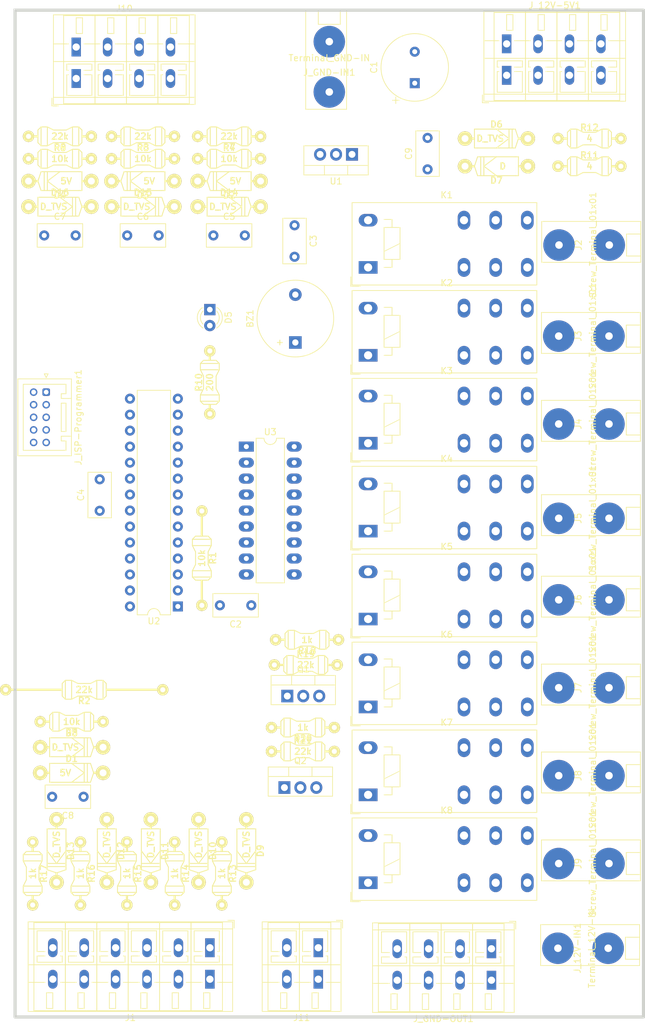
<source format=kicad_pcb>
(kicad_pcb (version 20211014) (generator pcbnew)
  (layers (0 "F.Cu" signal) (31 "B.Cu" signal) (34 "B.Paste" user) (35 "F.Paste" user) (36 "B.SilkS" user "B.Silkscreen") (37 "F.SilkS" user "F.Silkscreen") (38 "B.Mask" user) (39 "F.Mask" user) (44 "Edge.Cuts" user))
  (net 0 "")
  (net 1 "/PB6 (buzzer)")
  (net 2 "GND")
  (net 3 "+12V")
  (net 4 "/PC6 Reset")
  (net 5 "+5V")
  (net 6 "/PC0 (analog in U_supply)")
  (net 7 "/PB1 (in)")
  (net 8 "/PB0 (in)")
  (net 9 "/PC5 (in)")
  (net 10 "/PC4 (in)")
  (net 11 "Net-(J2-Pad1)")
  (net 12 "Net-(J3-Pad1)")
  (net 13 "Net-(J4-Pad1)")
  (net 14 "Net-(J5-Pad1)")
  (net 15 "Net-(J6-Pad1)")
  (net 16 "Net-(J7-Pad1)")
  (net 17 "Net-(J8-Pad1)")
  (net 18 "Net-(J9-Pad1)")
  (net 19 "/PB3 (MOSI)")
  (net 20 "/PB5 (SCK)")
  (net 21 "/PB4 (MISO)")
  (net 23 "Net-(K1-PadA2)")
  (net 25 "Net-(K2-PadA2)")
  (net 27 "Net-(K3-PadA2)")
  (net 29 "Net-(K4-PadA2)")
  (net 31 "Net-(K5-PadA2)")
  (net 33 "Net-(K6-PadA2)")
  (net 35 "Net-(K7-PadA2)")
  (net 38 "Net-(K8-PadA2)")
  (net 39 "/PC1 (in pulldown)")
  (net 40 "/PC2 (in pulldown)")
  (net 41 "/PC3 (in pulldown)")
  (net 42 "/PB7 (led)")
  (net 43 "/PB2 (in)")
  (net 44 "/PD0 - (ULN-I8)")
  (net 45 "/PD1 - (ULN-I7)")
  (net 46 "/PD2 - (ULN-I6)")
  (net 47 "/PD3 - (ULN-I5)")
  (net 48 "/PD4 - (ULN-I4)")
  (net 49 "/PD7 - (ULN-I1)")
  (net 50 "Net-(C1-Pad1)")
  (net 51 "Net-(D6-Pad1)")
  (net 52 "Net-(J1-Pad6)")
  (net 53 "Net-(J1-Pad5)")
  (net 54 "Net-(J1-Pad4)")
  (net 55 "Net-(J1-Pad3)")
  (net 56 "Net-(J1-Pad2)")
  (net 57 "Net-(J10-Pad1)")
  (net 58 "Net-(J10-Pad2)")
  (net 59 "Net-(J10-Pad3)")
  (net 60 "Net-(D5-Pad2)")
  (net 61 "/PB7 - (ULN-I2)")
  (net 62 "/PB6 - (ULN-I3)")
  (net 63 "Net-(J11-Pad1)")
  (net 64 "Net-(J11-Pad2)")
  (net 65 "Net-(Q1-Pad1)")
  (net 66 "Net-(Q2-Pad1)")
  (net 67 "/Mosfet 1")
  (net 68 "/Mosfet 2")
  (footprint "custom_footprints:my_D10_11" (layer "F.Cu") (at 85.344 42.164 180)
    (fp_text reference "D3" (at 0 -2.25) (layer "F.SilkS") (effects (font (thickness 0.2))))
    (fp_text value "5V" (at -1 0) (layer "F.SilkS") (effects (font (thickness 0.2))))
    (pad "1" thru_hole circle locked (at 5 0 180) (size 2.3 2.3) (drill 1.1) (layers *.Cu *.Mask "F.SilkS") (net 40 "/PC2 (in pulldown)"))
    (pad "2" thru_hole circle locked (at -5 0 180) (size 2.3 2.3) (drill 1.1) (layers *.Cu *.Mask "F.SilkS") (net 2 "GND"))
  )
  (footprint "Relay_THT:Relay_SPDT_Schrack-RT1-16A-FormC_RM5mm" (layer "F.Cu") (at 121.178 153.67)
    (fp_text reference "K8" (at 12.5 -11.5) (layer "F.SilkS"))
    (fp_text value "RT314A24")
    (pad "11" thru_hole oval (at 20.3 -7.5 180) (size 2 3) (drill 1.3) (layers *.Cu *.Mask))
    (pad "11" thru_hole oval (at 20.3 0 180) (size 2 3) (drill 1.3) (layers *.Cu *.Mask))
    (pad "12" thru_hole oval (at 15.26 0 180) (size 2 3) (drill 1.3) (layers *.Cu *.Mask))
    (pad "12" thru_hole oval (at 15.26 -7.5 180) (size 2 3) (drill 1.3) (layers *.Cu *.Mask))
    (pad "14" thru_hole oval (at 25.34 0 180) (size 2 3) (drill 1.3) (layers *.Cu *.Mask) (net 18 "Net-(J9-Pad1)"))
    (pad "14" thru_hole oval (at 25.34 -7.5 180) (size 2 3) (drill 1.3) (layers *.Cu *.Mask) (net 18 "Net-(J9-Pad1)"))
    (pad "A1" thru_hole rect (at 0 0 180) (size 3 2) (drill 1.3) (layers *.Cu *.Mask) (net 3 "+12V"))
    (pad "A2" thru_hole oval (at 0 -7.5 180) (size 3 2) (drill 1.3) (layers *.Cu *.Mask) (net 38 "Net-(K8-PadA2)"))
  )
  (footprint "custom_footprints:my_R10" (layer "F.Cu") (at 85.344 38.608)
    (fp_text reference "R5" (at 0 -1.75) (layer "F.SilkS") (effects (font (thickness 0.2))))
    (fp_text value "10k" (at 0 0) (layer "F.SilkS") (effects (font (thickness 0.2))))
    (pad "1" thru_hole circle locked (at -5 0) (size 1.8 1.8) (drill 0.8) (layers *.Cu *.Mask "F.SilkS") (net 40 "/PC2 (in pulldown)"))
    (pad "2" thru_hole circle locked (at 5 0) (size 1.8 1.8) (drill 0.8) (layers *.Cu *.Mask "F.SilkS") (net 2 "GND"))
  )
  (footprint "custom_footprints:my_R10" (layer "F.Cu") (at 97.9 152.2 -90)
    (fp_text reference "R13" (at 0 -1.75 90) (layer "F.SilkS") (effects (font (thickness 0.2))))
    (fp_text value "1k" (at 0 0 90) (layer "F.SilkS") (effects (font (thickness 0.2))))
    (pad "1" thru_hole circle locked (at -5 0 270) (size 1.8 1.8) (drill 0.8) (layers *.Cu *.Mask "F.SilkS") (net 10 "/PC4 (in)"))
    (pad "2" thru_hole circle locked (at 5 0 270) (size 1.8 1.8) (drill 0.8) (layers *.Cu *.Mask "F.SilkS") (net 56 "Net-(J1-Pad2)"))
  )
  (footprint "Relay_THT:Relay_SPDT_Schrack-RT1-16A-FormC_RM5mm" (layer "F.Cu") (at 121.178 125.73)
    (fp_text reference "K6" (at 12.5 -11.5) (layer "F.SilkS"))
    (fp_text value "RT314A24")
    (pad "11" thru_hole oval (at 20.3 0 180) (size 2 3) (drill 1.3) (layers *.Cu *.Mask) (net 3 "+12V"))
    (pad "11" thru_hole oval (at 20.3 -7.5 180) (size 2 3) (drill 1.3) (layers *.Cu *.Mask) (net 3 "+12V"))
    (pad "12" thru_hole oval (at 15.26 -7.5 180) (size 2 3) (drill 1.3) (layers *.Cu *.Mask))
    (pad "12" thru_hole oval (at 15.26 0 180) (size 2 3) (drill 1.3) (layers *.Cu *.Mask))
    (pad "14" thru_hole oval (at 25.34 0 180) (size 2 3) (drill 1.3) (layers *.Cu *.Mask) (net 16 "Net-(J7-Pad1)"))
    (pad "14" thru_hole oval (at 25.34 -7.5 180) (size 2 3) (drill 1.3) (layers *.Cu *.Mask) (net 16 "Net-(J7-Pad1)"))
    (pad "A1" thru_hole rect (at 0 0 180) (size 3 2) (drill 1.3) (layers *.Cu *.Mask) (net 3 "+12V"))
    (pad "A2" thru_hole oval (at 0 -7.5 180) (size 3 2) (drill 1.3) (layers *.Cu *.Mask) (net 33 "Net-(K6-PadA2)"))
  )
  (footprint "custom_footprints:my_KlemmeWago2604-single" (layer "F.Cu") (at 159.512 150.614 -90)
    (fp_text reference "J9" (at 0 4.9 90) (layer "F.SilkS"))
    (fp_text value "Screw_Terminal_01x01" (at 0 2.6 90) (layer "F.SilkS"))
    (pad "1" thru_hole circle (at 0 0 270) (size 5 5) (drill 1.2) (layers *.Cu *.Mask) (net 18 "Net-(J9-Pad1)"))
    (pad "1" thru_hole circle (at 0 8 270) (size 5 5) (drill 1.2) (layers *.Cu *.Mask) (net 18 "Net-(J9-Pad1)"))
  )
  (footprint "LED_THT:LED_D3.0mm" (layer "F.Cu") (at 95.99 62.585 -90)
    (fp_text reference "D5" (at 1.27 -2.96 90) (layer "F.SilkS"))
    (fp_text value "LED")
    (pad "1" thru_hole rect (at 0 0 270) (size 1.8 1.8) (drill 0.9) (layers *.Cu *.Mask) (net 2 "GND"))
    (pad "2" thru_hole circle (at 2.54 0 270) (size 1.8 1.8) (drill 0.9) (layers *.Cu *.Mask) (net 60 "Net-(D5-Pad2)"))
  )
  (footprint "Capacitor_THT:CP_Radial_Tantal_D10.5mm_P5.00mm" (layer "F.Cu") (at 128.6 26.6 90)
    (fp_text reference "C1" (at 2.5 -6.5 90) (layer "F.SilkS"))
    (fp_text value "100uF")
    (pad "1" thru_hole rect (at 0 0 90) (size 1.6 1.6) (drill 0.8) (layers *.Cu *.Mask) (net 50 "Net-(C1-Pad1)"))
    (pad "2" thru_hole circle (at 5 0 90) (size 1.6 1.6) (drill 0.8) (layers *.Cu *.Mask) (net 2 "GND"))
  )
  (footprint "Package_DIP:DIP-28_W7.62mm" (layer "F.Cu") (at 90.9 109.76 180)
    (fp_text reference "U2" (at 3.81 -2.33) (layer "F.SilkS"))
    (fp_text value "ATmega8-16P")
    (pad "1" thru_hole rect (at 0 0 180) (size 1.6 1.6) (drill 0.8) (layers *.Cu *.Mask) (net 4 "/PC6 Reset"))
    (pad "2" thru_hole oval (at 0 2.54 180) (size 1.6 1.6) (drill 0.8) (layers *.Cu *.Mask) (net 44 "/PD0 - (ULN-I8)"))
    (pad "3" thru_hole oval (at 0 5.08 180) (size 1.6 1.6) (drill 0.8) (layers *.Cu *.Mask) (net 45 "/PD1 - (ULN-I7)"))
    (pad "4" thru_hole oval (at 0 7.62 180) (size 1.6 1.6) (drill 0.8) (layers *.Cu *.Mask) (net 46 "/PD2 - (ULN-I6)"))
    (pad "5" thru_hole oval (at 0 10.16 180) (size 1.6 1.6) (drill 0.8) (layers *.Cu *.Mask) (net 47 "/PD3 - (ULN-I5)"))
    (pad "6" thru_hole oval (at 0 12.7 180) (size 1.6 1.6) (drill 0.8) (layers *.Cu *.Mask) (net 48 "/PD4 - (ULN-I4)"))
    (pad "7" thru_hole oval (at 0 15.24 180) (size 1.6 1.6) (drill 0.8) (layers *.Cu *.Mask) (net 5 "+5V"))
    (pad "8" thru_hole oval (at 0 17.78 180) (size 1.6 1.6) (drill 0.8) (layers *.Cu *.Mask) (net 2 "GND"))
    (pad "9" thru_hole oval (at 0 20.32 180) (size 1.6 1.6) (drill 0.8) (layers *.Cu *.Mask) (net 62 "/PB6 - (ULN-I3)"))
    (pad "10" thru_hole oval (at 0 22.86 180) (size 1.6 1.6) (drill 0.8) (layers *.Cu *.Mask) (net 61 "/PB7 - (ULN-I2)"))
    (pad "11" thru_hole oval (at 0 25.4 180) (size 1.6 1.6) (drill 0.8) (layers *.Cu *.Mask) (net 49 "/PD7 - (ULN-I1)"))
    (pad "12" thru_hole oval (at 0 27.94 180) (size 1.6 1.6) (drill 0.8) (layers *.Cu *.Mask) (net 1 "/PB6 (buzzer)"))
    (pad "13" thru_hole oval (at 0 30.48 180) (size 1.6 1.6) (drill 0.8) (layers *.Cu *.Mask) (net 42 "/PB7 (led)"))
    (pad "14" thru_hole oval (at 0 33.02 180) (size 1.6 1.6) (drill 0.8) (layers *.Cu *.Mask) (net 39 "/PC1 (in pulldown)"))
    (pad "15" thru_hole oval (at 7.62 33.02 180) (size 1.6 1.6) (drill 0.8) (layers *.Cu *.Mask) (net 40 "/PC2 (in pulldown)"))
    (pad "16" thru_hole oval (at 7.62 30.48 180) (size 1.6 1.6) (drill 0.8) (layers *.Cu *.Mask) (net 41 "/PC3 (in pulldown)"))
    (pad "17" thru_hole oval (at 7.62 27.94 180) (size 1.6 1.6) (drill 0.8) (layers *.Cu *.Mask) (net 19 "/PB3 (MOSI)"))
    (pad "18" thru_hole oval (at 7.62 25.4 180) (size 1.6 1.6) (drill 0.8) (layers *.Cu *.Mask) (net 21 "/PB4 (MISO)"))
    (pad "19" thru_hole oval (at 7.62 22.86 180) (size 1.6 1.6) (drill 0.8) (layers *.Cu *.Mask) (net 20 "/PB5 (SCK)"))
    (pad "20" thru_hole oval (at 7.62 20.32 180) (size 1.6 1.6) (drill 0.8) (layers *.Cu *.Mask) (net 5 "+5V"))
    (pad "21" thru_hole oval (at 7.62 17.78 180) (size 1.6 1.6) (drill 0.8) (layers *.Cu *.Mask) (net 5 "+5V"))
    (pad "22" thru_hole oval (at 7.62 15.24 180) (size 1.6 1.6) (drill 0.8) (layers *.Cu *.Mask) (net 2 "GND"))
    (pad "23" thru_hole oval (at 7.62 12.7 180) (size 1.6 1.6) (drill 0.8) (layers *.Cu *.Mask) (net 6 "/PC0 (analog in U_supply)"))
    (pad "24" thru_hole oval (at 7.62 10.16 180) (size 1.6 1.6) (drill 0.8) (layers *.Cu *.Mask) (net 43 "/PB2 (in)"))
    (pad "25" thru_hole oval (at 7.62 7.62 180) (size 1.6 1.6) (drill 0.8) (layers *.Cu *.Mask) (net 7 "/PB1 (in)"))
    (pad "26" thru_hole oval (at 7.62 5.08 180) (size 1.6 1.6) (drill 0.8) (layers *.Cu *.Mask) (net 8 "/PB0 (in)"))
    (pad "27" thru_hole oval (at 7.62 2.54 180) (size 1.6 1.6) (drill 0.8) (layers *.Cu *.Mask) (net 9 "/PC5 (in)"))
    (pad "28" thru_hole oval (at 7.62 0 180) (size 1.6 1.6) (drill 0.8) (layers *.Cu *.Mask) (net 10 "/PC4 (in)"))
  )
  (footprint "Capacitor_THT:C_Rect_L7.0mm_W3.5mm_P5.00mm" (layer "F.Cu") (at 130.641 40.3 90)
    (fp_text reference "C9" (at 2.5 -3 90) (layer "F.SilkS"))
    (fp_text value "0.3uF")
    (pad "1" thru_hole circle (at 0 0 90) (size 1.6 1.6) (drill 0.8) (layers *.Cu *.Mask) (net 50 "Net-(C1-Pad1)"))
    (pad "2" thru_hole circle (at 5 0 90) (size 1.6 1.6) (drill 0.8) (layers *.Cu *.Mask) (net 2 "GND"))
  )
  (footprint "custom_footprints:my_R10" (layer "F.Cu") (at 72.136 35.052 180)
    (fp_text reference "R9" (at 0 -1.75) (layer "F.SilkS") (effects (font (thickness 0.2))))
    (fp_text value "22k" (at 0 0) (layer "F.SilkS") (effects (font (thickness 0.2))))
    (pad "1" thru_hole circle locked (at -5 0 180) (size 1.8 1.8) (drill 0.8) (layers *.Cu *.Mask "F.SilkS") (net 57 "Net-(J10-Pad1)"))
    (pad "2" thru_hole circle locked (at 5 0 180) (size 1.8 1.8) (drill 0.8) (layers *.Cu *.Mask "F.SilkS") (net 41 "/PC3 (in pulldown)"))
  )
  (footprint "custom_footprints:my_R10" (layer "F.Cu") (at 99.06 38.608)
    (fp_text reference "R4" (at 0 -1.75) (layer "F.SilkS") (effects (font (thickness 0.2))))
    (fp_text value "10k" (at 0 0) (layer "F.SilkS") (effects (font (thickness 0.2))))
    (pad "1" thru_hole circle locked (at -5 0) (size 1.8 1.8) (drill 0.8) (layers *.Cu *.Mask "F.SilkS") (net 39 "/PC1 (in pulldown)"))
    (pad "2" thru_hole circle locked (at 5 0) (size 1.8 1.8) (drill 0.8) (layers *.Cu *.Mask "F.SilkS") (net 2 "GND"))
  )
  (footprint "Capacitor_THT:C_Rect_L7.0mm_W3.5mm_P5.00mm" (layer "F.Cu") (at 102.594 109.58 180)
    (fp_text reference "C2" (at 2.5 -3) (layer "F.SilkS"))
    (fp_text value "100nF")
    (pad "1" thru_hole circle (at 0 0 180) (size 1.6 1.6) (drill 0.8) (layers *.Cu *.Mask) (net 2 "GND"))
    (pad "2" thru_hole circle (at 5 0 180) (size 1.6 1.6) (drill 0.8) (layers *.Cu *.Mask) (net 4 "/PC6 Reset"))
  )
  (footprint "Connector_JST:JST_PUD_B10B-PUDSS_2x05_P2.00mm_Vertical" (layer "F.Cu") (at 69.951 75.7035 -90)
    (fp_text reference "J_ISP-Programmer1" (at 4 -5.1 90) (layer "F.SilkS"))
    (fp_text value "Conn_02x05_Odd_Even")
    (pad "1" thru_hole roundrect (at 0 0 270) (size 1.2 1.2) (drill 0.75) (layers *.Cu *.Mask) (roundrect_rratio 0.208333) (net 19 "/PB3 (MOSI)"))
    (pad "2" thru_hole circle (at 0 2 270) (size 1.2 1.2) (drill 0.75) (layers *.Cu *.Mask) (net 5 "+5V"))
    (pad "3" thru_hole circle (at 2 0 270) (size 1.2 1.2) (drill 0.75) (layers *.Cu *.Mask) (net 2 "GND"))
    (pad "4" thru_hole circle (at 2 2 270) (size 1.2 1.2) (drill 0.75) (layers *.Cu *.Mask) (net 2 "GND"))
    (pad "5" thru_hole circle (at 4 0 270) (size 1.2 1.2) (drill 0.75) (layers *.Cu *.Mask) (net 4 "/PC6 Reset"))
    (pad "6" thru_hole circle (at 4 2 270) (size 1.2 1.2) (drill 0.75) (layers *.Cu *.Mask) (net 2 "GND"))
    (pad "7" thru_hole circle (at 6 0 270) (size 1.2 1.2) (drill 0.75) (layers *.Cu *.Mask) (net 20 "/PB5 (SCK)"))
    (pad "8" thru_hole circle (at 6 2 270) (size 1.2 1.2) (drill 0.75) (layers *.Cu *.Mask) (net 2 "GND"))
    (pad "9" thru_hole circle (at 8 0 270) (size 1.2 1.2) (drill 0.75) (layers *.Cu *.Mask) (net 21 "/PB4 (MISO)"))
    (pad "10" thru_hole circle (at 8 2 270) (size 1.2 1.2) (drill 0.75) (layers *.Cu *.Mask) (net 2 "GND"))
  )
  (footprint "custom_footprints:my_R10" (layer "F.Cu") (at 156.4 35.4)
    (fp_text reference "R12" (at 0 -1.75) (layer "F.SilkS") (effects (font (thickness 0.2))))
    (fp_text value "4" (at 0 0) (layer "F.SilkS") (effects (font (thickness 0.2))))
    (pad "1" thru_hole circle locked (at -5 0) (size 1.8 1.8) (drill 0.8) (layers *.Cu *.Mask "F.SilkS") (net 51 "Net-(D6-Pad1)"))
    (pad "2" thru_hole circle locked (at 5 0) (size 1.8 1.8) (drill 0.8) (layers *.Cu *.Mask "F.SilkS") (net 3 "+12V"))
  )
  (footprint "custom_footprints:my_KlemmeWago2604-single" (layer "F.Cu") (at 159.512 122.674 -90)
    (fp_text reference "J7" (at 0 4.9 90) (layer "F.SilkS"))
    (fp_text value "Screw_Terminal_01x01" (at 0 2.6 90) (layer "F.SilkS"))
    (pad "1" thru_hole circle (at 0 0 270) (size 5 5) (drill 1.2) (layers *.Cu *.Mask) (net 16 "Net-(J7-Pad1)"))
    (pad "1" thru_hole circle (at 0 8 270) (size 5 5) (drill 1.2) (layers *.Cu *.Mask) (net 16 "Net-(J7-Pad1)"))
  )
  (footprint "custom_footprints:my_D10_11" (layer "F.Cu") (at 141.6 35.4)
    (fp_text reference "D6" (at 0 -2.25) (layer "F.SilkS") (effects (font (thickness 0.2))))
    (fp_text value "D_TVS" (at -1 0) (layer "F.SilkS") (effects (font (thickness 0.2))))
    (pad "1" thru_hole circle locked (at 5 0) (size 2.3 2.3) (drill 1.1) (layers *.Cu *.Mask "F.SilkS") (net 51 "Net-(D6-Pad1)"))
    (pad "2" thru_hole circle locked (at -5 0) (size 2.3 2.3) (drill 1.1) (layers *.Cu *.Mask "F.SilkS") (net 2 "GND"))
  )
  (footprint "Relay_THT:Relay_SPDT_Schrack-RT1-16A-FormC_RM5mm" (layer "F.Cu") (at 121.178 97.79)
    (fp_text reference "K4" (at 12.5 -11.5) (layer "F.SilkS"))
    (fp_text value "RT314A24")
    (pad "11" thru_hole oval (at 20.3 0 180) (size 2 3) (drill 1.3) (layers *.Cu *.Mask) (net 3 "+12V"))
    (pad "11" thru_hole oval (at 20.3 -7.5 180) (size 2 3) (drill 1.3) (layers *.Cu *.Mask) (net 3 "+12V"))
    (pad "12" thru_hole oval (at 15.26 -7.5 180) (size 2 3) (drill 1.3) (layers *.Cu *.Mask))
    (pad "12" thru_hole oval (at 15.26 0 180) (size 2 3) (drill 1.3) (layers *.Cu *.Mask))
    (pad "14" thru_hole oval (at 25.34 -7.5 180) (size 2 3) (drill 1.3) (layers *.Cu *.Mask) (net 14 "Net-(J5-Pad1)"))
    (pad "14" thru_hole oval (at 25.34 0 180) (size 2 3) (drill 1.3) (layers *.Cu *.Mask) (net 14 "Net-(J5-Pad1)"))
    (pad "A1" thru_hole rect (at 0 0 180) (size 3 2) (drill 1.3) (layers *.Cu *.Mask) (net 3 "+12V"))
    (pad "A2" thru_hole oval (at 0 -7.5 180) (size 3 2) (drill 1.3) (layers *.Cu *.Mask) (net 29 "Net-(K4-PadA2)"))
  )
  (footprint "Package_TO_SOT_THT:TO-220-3_Vertical" (layer "F.Cu") (at 107.86 138.545)
    (fp_text reference "Q2" (at 2.54 -4.27) (layer "F.SilkS"))
    (fp_text value "IRFZ24N")
    (pad "1" thru_hole rect (at 0 0) (size 1.905 2) (drill 1.1) (layers *.Cu *.Mask) (net 66 "Net-(Q2-Pad1)"))
    (pad "2" thru_hole oval (at 2.54 0) (size 1.905 2) (drill 1.1) (layers *.Cu *.Mask) (net 64 "Net-(J11-Pad2)"))
    (pad "3" thru_hole oval (at 5.08 0) (size 1.905 2) (drill 1.1) (layers *.Cu *.Mask) (net 2 "GND"))
  )
  (footprint "Relay_THT:Relay_SPDT_Schrack-RT1-16A-FormC_RM5mm" (layer "F.Cu") (at 121.178 55.88)
    (fp_text reference "K1" (at 12.5 -11.5) (layer "F.SilkS"))
    (fp_text value "RT314A24")
    (pad "11" thru_hole oval (at 20.3 0 180) (size 2 3) (drill 1.3) (layers *.Cu *.Mask) (net 3 "+12V"))
    (pad "11" thru_hole oval (at 20.3 -7.5 180) (size 2 3) (drill 1.3) (layers *.Cu *.Mask) (net 3 "+12V"))
    (pad "12" thru_hole oval (at 15.26 0 180) (size 2 3) (drill 1.3) (layers *.Cu *.Mask))
    (pad "12" thru_hole oval (at 15.26 -7.5 180) (size 2 3) (drill 1.3) (layers *.Cu *.Mask))
    (pad "14" thru_hole oval (at 25.34 0 180) (size 2 3) (drill 1.3) (layers *.Cu *.Mask) (net 11 "Net-(J2-Pad1)"))
    (pad "14" thru_hole oval (at 25.34 -7.5 180) (size 2 3) (drill 1.3) (layers *.Cu *.Mask) (net 11 "Net-(J2-Pad1)"))
    (pad "A1" thru_hole rect (at 0 0 180) (size 3 2) (drill 1.3) (layers *.Cu *.Mask) (net 3 "+12V"))
    (pad "A2" thru_hole oval (at 0 -7.5 180) (size 3 2) (drill 1.3) (layers *.Cu *.Mask) (net 23 "Net-(K1-PadA2)"))
  )
  (footprint "custom_footprints:my_D10_11" (layer "F.Cu") (at 141.6 39.8 180)
    (fp_text reference "D7" (at 0 -2.25) (layer "F.SilkS") (effects (font (thickness 0.2))))
    (fp_text value "D" (at -1 0) (layer "F.SilkS") (effects (font (thickness 0.2))))
    (pad "1" thru_hole circle locked (at 5 0 180) (size 2.3 2.3) (drill 1.1) (layers *.Cu *.Mask "F.SilkS") (net 50 "Net-(C1-Pad1)"))
    (pad "2" thru_hole circle locked (at -5 0 180) (size 2.3 2.3) (drill 1.1) (layers *.Cu *.Mask "F.SilkS") (net 51 "Net-(D6-Pad1)"))
  )
  (footprint "custom_footprints:my_KlemmeWago2604-single" (layer "F.Cu") (at 115 20)
    (fp_text reference "J_GND-IN1" (at 0 4.9) (layer "F.SilkS"))
    (fp_text value "Terminal_GND-IN" (at 0 2.6) (layer "F.SilkS"))
    (pad "1" thru_hole circle (at 0 0) (size 5 5) (drill 1.2) (layers *.Cu *.Mask) (net 2 "GND"))
    (pad "1" thru_hole circle (at 0 8) (size 5 5) (drill 1.2) (layers *.Cu *.Mask) (net 2 "GND"))
  )
  (footprint "custom_footprints:my_R10" (layer "F.Cu") (at 111.46 115.055 180)
    (fp_text reference "R18" (at 0 -1.75) (layer "F.SilkS") (effects (font (thickness 0.2))))
    (fp_text value "1k" (at 0 0) (layer "F.SilkS") (effects (font (thickness 0.2))))
    (pad "1" thru_hole circle locked (at -5 0 180) (size 1.8 1.8) (drill 0.8) (layers *.Cu *.Mask "F.SilkS") (net 67 "/Mosfet 1"))
    (pad "2" thru_hole circle locked (at 5 0 180) (size 1.8 1.8) (drill 0.8) (layers *.Cu *.Mask "F.SilkS") (net 65 "Net-(Q1-Pad1)"))
  )
  (footprint "Package_TO_SOT_THT:TO-220-3_Vertical" (layer "F.Cu") (at 108.32 124)
    (fp_text reference "Q1" (at 2.54 -4.27) (layer "F.SilkS"))
    (fp_text value "IRFZ24N")
    (pad "1" thru_hole rect (at 0 0) (size 1.905 2) (drill 1.1) (layers *.Cu *.Mask) (net 65 "Net-(Q1-Pad1)"))
    (pad "2" thru_hole oval (at 2.54 0) (size 1.905 2) (drill 1.1) (layers *.Cu *.Mask) (net 63 "Net-(J11-Pad1)"))
    (pad "3" thru_hole oval (at 5.08 0) (size 1.905 2) (drill 1.1) (layers *.Cu *.Mask) (net 2 "GND"))
  )
  (footprint "Capacitor_THT:C_Rect_L7.0mm_W3.5mm_P5.00mm" (layer "F.Cu") (at 96.56 50.8)
    (fp_text reference "C5" (at 2.5 -3) (layer "F.SilkS"))
    (fp_text value "100nF")
    (pad "1" thru_hole circle (at 0 0) (size 1.6 1.6) (drill 0.8) (layers *.Cu *.Mask) (net 39 "/PC1 (in pulldown)"))
    (pad "2" thru_hole circle (at 5 0) (size 1.6 1.6) (drill 0.8) (layers *.Cu *.Mask) (net 2 "GND"))
  )
  (footprint "Capacitor_THT:C_Rect_L7.0mm_W3.5mm_P5.00mm" (layer "F.Cu") (at 82.844 50.8)
    (fp_text reference "C6" (at 2.5 -3) (layer "F.SilkS"))
    (fp_text value "100nF")
    (pad "1" thru_hole circle (at 0 0) (size 1.6 1.6) (drill 0.8) (layers *.Cu *.Mask) (net 40 "/PC2 (in pulldown)"))
    (pad "2" thru_hole circle (at 5 0) (size 1.6 1.6) (drill 0.8) (layers *.Cu *.Mask) (net 2 "GND"))
  )
  (footprint "custom_footprints:my_D10_11" (layer "F.Cu") (at 85.344 46.228)
    (fp_text reference "D15" (at 0 -2.25) (layer "F.SilkS") (effects (font (thickness 0.2))))
    (fp_text value "D_TVS" (at -1 0) (layer "F.SilkS") (effects (font (thickness 0.2))))
    (pad "1" thru_hole circle locked (at 5 0) (size 2.3 2.3) (drill 1.1) (layers *.Cu *.Mask "F.SilkS") (net 2 "GND"))
    (pad "2" thru_hole circle locked (at -5 0) (size 2.3 2.3) (drill 1.1) (layers *.Cu *.Mask "F.SilkS") (net 40 "/PC2 (in pulldown)"))
  )
  (footprint "custom_footprints:my_KlemmeWago2604-single" (layer "F.Cu") (at 159.512 66.794 -90)
    (fp_text reference "J3" (at 0 4.9 90) (layer "F.SilkS"))
    (fp_text value "Screw_Terminal_01x01" (at 0 2.6 90) (layer "F.SilkS"))
    (pad "1" thru_hole circle (at 0 8 270) (size 5 5) (drill 1.2) (layers *.Cu *.Mask) (net 12 "Net-(J3-Pad1)"))
    (pad "1" thru_hole circle (at 0 0 270) (size 5 5) (drill 1.2) (layers *.Cu *.Mask) (net 12 "Net-(J3-Pad1)"))
  )
  (footprint "custom_footprints:my_R10" (layer "F.Cu") (at 95.99 74.147 90)
    (fp_text reference "R10" (at 0 -1.75 90) (layer "F.SilkS") (effects (font (thickness 0.2))))
    (fp_text value "200" (at 0 0 90) (layer "F.SilkS") (effects (font (thickness 0.2))))
    (pad "1" thru_hole circle locked (at -5 0 90) (size 1.8 1.8) (drill 0.8) (layers *.Cu *.Mask "F.SilkS") (net 42 "/PB7 (led)"))
    (pad "2" thru_hole circle locked (at 5 0 90) (size 1.8 1.8) (drill 0.8) (layers *.Cu *.Mask "F.SilkS") (net 60 "Net-(D5-Pad2)"))
  )
  (footprint "custom_footprints:my_R10" (layer "F.Cu") (at 67.8 152.2 -90)
    (fp_text reference "R17" (at 0 -1.75 90) (layer "F.SilkS") (effects (font (thickness 0.2))))
    (fp_text value "1k" (at 0 0 90) (layer "F.SilkS") (effects (font (thickness 0.2))))
    (pad "1" thru_hole circle locked (at -5 0 270) (size 1.8 1.8) (drill 0.8) (layers *.Cu *.Mask "F.SilkS") (net 43 "/PB2 (in)"))
    (pad "2" thru_hole circle locked (at 5 0 270) (size 1.8 1.8) (drill 0.8) (layers *.Cu *.Mask "F.SilkS") (net 52 "Net-(J1-Pad6)"))
  )
  (footprint "custom_footprints:my_R10" (layer "F.Cu") (at 75.4 152.2 -90)
    (fp_text reference "R16" (at 0 -1.75 90) (layer "F.SilkS") (effects (font (thickness 0.2))))
    (fp_text value "1k" (at 0 0 90) (layer "F.SilkS") (effects (font (thickness 0.2))))
    (pad "1" thru_hole circle locked (at -5 0 270) (size 1.8 1.8) (drill 0.8) (layers *.Cu *.Mask "F.SilkS") (net 7 "/PB1 (in)"))
    (pad "2" thru_hole circle locked (at 5 0 270) (size 1.8 1.8) (drill 0.8) (layers *.Cu *.Mask "F.SilkS") (net 53 "Net-(J1-Pad5)"))
  )
  (footprint "Relay_THT:Relay_SPDT_Schrack-RT1-16A-FormC_RM5mm" (layer "F.Cu") (at 121.178 139.7)
    (fp_text reference "K7" (at 12.5 -11.5) (layer "F.SilkS"))
    (fp_text value "RT314A24")
    (pad "11" thru_hole oval (at 20.3 0 180) (size 2 3) (drill 1.3) (layers *.Cu *.Mask) (net 3 "+12V"))
    (pad "11" thru_hole oval (at 20.3 -7.5 180) (size 2 3) (drill 1.3) (layers *.Cu *.Mask) (net 3 "+12V"))
    (pad "12" thru_hole oval (at 15.26 0 180) (size 2 3) (drill 1.3) (layers *.Cu *.Mask))
    (pad "12" thru_hole oval (at 15.26 -7.5 180) (size 2 3) (drill 1.3) (layers *.Cu *.Mask))
    (pad "14" thru_hole oval (at 25.34 0 180) (size 2 3) (drill 1.3) (layers *.Cu *.Mask) (net 17 "Net-(J8-Pad1)"))
    (pad "14" thru_hole oval (at 25.34 -7.5 180) (size 2 3) (drill 1.3) (layers *.Cu *.Mask) (net 17 "Net-(J8-Pad1)"))
    (pad "A1" thru_hole rect (at 0 0 180) (size 3 2) (drill 1.3) (layers *.Cu *.Mask) (net 3 "+12V"))
    (pad "A2" thru_hole oval (at 0 -7.5 180) (size 3 2) (drill 1.3) (layers *.Cu *.Mask) (net 35 "Net-(K7-PadA2)"))
  )
  (footprint "custom_footprints:my_D10_11" (layer "F.Cu") (at 101.8 148.6 -90)
    (fp_text reference "D9" (at 0 -2.25 90) (layer "F.SilkS") (effects (font (thickness 0.2))))
    (fp_text value "D_TVS" (at -1 0 90) (layer "F.SilkS") (effects (font (thickness 0.2))))
    (pad "1" thru_hole circle locked (at 5 0 270) (size 2.3 2.3) (drill 1.1) (layers *.Cu *.Mask "F.SilkS") (net 2 "GND"))
    (pad "2" thru_hole circle locked (at -5 0 270) (size 2.3 2.3) (drill 1.1) (layers *.Cu *.Mask "F.SilkS") (net 10 "/PC4 (in)"))
  )
  (footprint "custom_footprints:my_R10" (layer "F.Cu") (at 82.8 152.2 -90)
    (fp_text reference "R15" (at 0 -1.75 90) (layer "F.SilkS") (effects (font (thickness 0.2))))
    (fp_text value "1k" (at 0 0 90) (layer "F.SilkS") (effects (font (thickness 0.2))))
    (pad "1" thru_hole circle locked (at -5 0 270) (size 1.8 1.8) (drill 0.8) (layers *.Cu *.Mask "F.SilkS") (net 8 "/PB0 (in)"))
    (pad "2" thru_hole circle locked (at 5 0 270) (size 1.8 1.8) (drill 0.8) (layers *.Cu *.Mask "F.SilkS") (net 54 "Net-(J1-Pad4)"))
  )
  (footprint "Capacitor_THT:C_Rect_L7.0mm_W3.5mm_P5.00mm" (layer "F.Cu") (at 109.474 49.189 -90)
    (fp_text reference "C3" (at 2.5 -3 90) (layer "F.SilkS"))
    (fp_text value "100nF")
    (pad "1" thru_hole circle (at 0 0 270) (size 1.6 1.6) (drill 0.8) (layers *.Cu *.Mask) (net 5 "+5V"))
    (pad "2" thru_hole circle (at 5 0 270) (size 1.6 1.6) (drill 0.8) (layers *.Cu *.Mask) (net 2 "GND"))
  )
  (footprint "custom_footprints:my_KlemmeWago2604-single" (layer "F.Cu") (at 159.384 164.076 -90)
    (fp_text reference "J_12V-IN1" (at 0 4.9 90) (layer "F.SilkS"))
    (fp_text value "Terminal_12V-IN" (at 0 2.6 90) (layer "F.SilkS"))
    (pad "1" thru_hole circle (at 0 8 270) (size 5 5) (drill 1.2) (layers *.Cu *.Mask) (net 3 "+12V"))
    (pad "1" thru_hole circle (at 0 0 270) (size 5 5) (drill 1.2) (layers *.Cu *.Mask) (net 3 "+12V"))
  )
  (footprint "TerminalBlock_WAGO:TerminalBlock_WAGO_236-404_1x04_P5.00mm_45Degree" (layer "F.Cu") (at 143.226 20.352)
    (fp_text reference "J_12V-5V1" (at 7.65 -6.12) (layer "F.SilkS"))
    (fp_text value "Screw_Terminal_01x04")
    (pad "1" thru_hole rect (at 0 5) (size 1.5 3) (drill 1.15) (layers *.Cu *.Mask) (net 5 "+5V"))
    (pad "1" thru_hole rect (at 0 0) (size 1.5 3) (drill 1.15) (layers *.Cu *.Mask) (net 5 "+5V"))
    (pad "2" thru_hole oval (at 5 0) (size 1.5 3) (drill 1.15) (layers *.Cu *.Mask) (net 5 "+5V"))
    (pad "2" thru_hole oval (at 5 5) (size 1.5 3) (drill 1.15) (layers *.Cu *.Mask) (net 5 "+5V"))
    (pad "3" thru_hole oval (at 10 0) (size 1.5 3) (drill 1.15) (layers *.Cu *.Mask) (net 3 "+12V"))
    (pad "3" thru_hole oval (at 10 5) (size 1.5 3) (drill 1.15) (layers *.Cu *.Mask) (net 3 "+12V"))
    (pad "4" thru_hole oval (at 15 0) (size 1.5 3) (drill 1.15) (layers *.Cu *.Mask) (net 3 "+12V"))
    (pad "4" thru_hole oval (at 15 5) (size 1.5 3) (drill 1.15) (layers *.Cu *.Mask) (net 3 "+12V"))
  )
  (footprint "Relay_THT:Relay_SPDT_Schrack-RT1-16A-FormC_RM5mm" (layer "F.Cu") (at 121.178 69.85)
    (fp_text reference "K2" (at 12.5 -11.5) (layer "F.SilkS"))
    (fp_text value "RT314A24")
    (pad "11" thru_hole oval (at 20.3 -7.5 180) (size 2 3) (drill 1.3) (layers *.Cu *.Mask) (net 3 "+12V"))
    (pad "11" thru_hole oval (at 20.3 0 180) (size 2 3) (drill 1.3) (layers *.Cu *.Mask) (net 3 "+12V"))
    (pad "12" thru_hole oval (at 15.26 -7.5 180) (size 2 3) (drill 1.3) (layers *.Cu *.Mask))
    (pad "12" thru_hole oval (at 15.26 0 180) (size 2 3) (drill 1.3) (layers *.Cu *.Mask))
    (pad "14" thru_hole oval (at 25.34 0 180) (size 2 3) (drill 1.3) (layers *.Cu *.Mask) (net 12 "Net-(J3-Pad1)"))
    (pad "14" thru_hole oval (at 25.34 -7.5 180) (size 2 3) (drill 1.3) (layers *.Cu *.Mask) (net 12 "Net-(J3-Pad1)"))
    (pad "A1" thru_hole rect (at 0 0 180) (size 3 2) (drill 1.3) (layers *.Cu *.Mask) (net 3 "+12V"))
    (pad "A2" thru_hole oval (at 0 -7.5 180) (size 3 2) (drill 1.3) (layers *.Cu *.Mask) (net 25 "Net-(K2-PadA2)"))
  )
  (footprint "custom_footprints:my_R10" (layer "F.Cu") (at 74 128.072 180)
    (fp_text reference "R3" (at 0 -1.75) (layer "F.SilkS") (effects (font (thickness 0.2))))
    (fp_text value "10k" (at 0 0) (layer "F.SilkS") (effects (font (thickness 0.2))))
    (pad "1" thru_hole circle locked (at -5 0 180) (size 1.8 1.8) (drill 0.8) (layers *.Cu *.Mask "F.SilkS") (net 6 "/PC0 (analog in U_supply)"))
    (pad "2" thru_hole circle locked (at 5 0 180) (size 1.8 1.8) (drill 0.8) (layers *.Cu *.Mask "F.SilkS") (net 2 "GND"))
  )
  (footprint "custom_footprints:my_D10_11" (layer "F.Cu") (at 86.6 148.6 -90)
    (fp_text reference "D11" (at 0 -2.25 90) (layer "F.SilkS") (effects (font (thickness 0.2))))
    (fp_text value "D_TVS" (at -1 0 90) (layer "F.SilkS") (effects (font (thickness 0.2))))
    (pad "1" thru_hole circle locked (at 5 0 270) (size 2.3 2.3) (drill 1.1) (layers *.Cu *.Mask "F.SilkS") (net 2 "GND"))
    (pad "2" thru_hole circle locked (at -5 0 270) (size 2.3 2.3) (drill 1.1) (layers *.Cu *.Mask "F.SilkS") (net 8 "/PB0 (in)"))
  )
  (footprint "custom_footprints:my_D10_11" (layer "F.Cu") (at 72.136 46.228)
    (fp_text reference "D16" (at 0 -2.25) (layer "F.SilkS") (effects (font (thickness 0.2))))
    (fp_text value "D_TVS" (at -1 0) (layer "F.SilkS") (effects (font (thickness 0.2))))
    (pad "1" thru_hole circle locked (at 5 0) (size 2.3 2.3) (drill 1.1) (layers *.Cu *.Mask "F.SilkS") (net 2 "GND"))
    (pad "2" thru_hole circle locked (at -5 0) (size 2.3 2.3) (drill 1.1) (layers *.Cu *.Mask "F.SilkS") (net 41 "/PC3 (in pulldown)"))
  )
  (footprint "custom_footprints:my_R10" (layer "F.Cu") (at 99.06 35.052 180)
    (fp_text reference "R7" (at 0 -1.75) (layer "F.SilkS") (effects (font (thickness 0.2))))
    (fp_text value "22k" (at 0 0) (layer "F.SilkS") (effects (font (thickness 0.2))))
    (pad "1" thru_hole circle locked (at -5 0 180) (size 1.8 1.8) (drill 0.8) (layers *.Cu *.Mask "F.SilkS") (net 59 "Net-(J10-Pad3)"))
    (pad "2" thru_hole circle locked (at 5 0 180) (size 1.8 1.8) (drill 0.8) (layers *.Cu *.Mask "F.SilkS") (net 39 "/PC1 (in pulldown)"))
  )
  (footprint "custom_footprints:my_D10_11" (layer "F.Cu") (at 72.136 42.164 180)
    (fp_text reference "D4" (at 0 -2.25) (layer "F.SilkS") (effects (font (thickness 0.2))))
    (fp_text value "5V" (at -1 0) (layer "F.SilkS") (effects (font (thickness 0.2))))
    (pad "1" thru_hole circle locked (at 5 0 180) (size 2.3 2.3) (drill 1.1) (layers *.Cu *.Mask "F.SilkS") (net 41 "/PC3 (in pulldown)"))
    (pad "2" thru_hole circle locked (at -5 0 180) (size 2.3 2.3) (drill 1.1) (layers *.Cu *.Mask "F.SilkS") (net 2 "GND"))
  )
  (footprint "Buzzer_Beeper:Buzzer_12x9.5RM7.6" (layer "F.Cu") (at 109.601 67.808 90)
    (fp_text reference "BZ1" (at 3.8 -7.2 90) (layer "F.SilkS"))
    (fp_text value "Buzzer")
    (fp_text user "+" (at -0.01 -2.54 90) (layer "F.SilkS"))
    (pad "1" thru_hole rect (at 0 0 90) (size 2 2) (drill 1) (layers *.Cu *.Mask) (net 1 "/PB6 (buzzer)"))
    (pad "2" thru_hole circle (at 7.6 0 90) (size 2 2) (drill 1) (layers *.Cu *.Mask) (net 2 "GND"))
  )
  (footprint "custom_footprints:my_R10" (layer "F.Cu") (at 110.8 129 180)
    (fp_text reference "R20" (at 0 -1.75) (layer "F.SilkS") (effects (font (thickness 0.2))))
    (fp_text value "1k" (at 0 0) (layer "F.SilkS") (effects (font (thickness 0.2))))
    (pad "1" thru_hole circle locked (at -5 0 180) (size 1.8 1.8) (drill 0.8) (layers *.Cu *.Mask "F.SilkS") (net 68 "/Mosfet 2"))
    (pad "2" thru_hole circle locked (at 5 0 180) (size 1.8 1.8) (drill 0.8) (layers *.Cu *.Mask "F.SilkS") (net 66 "Net-(Q2-Pad1)"))
  )
  (footprint "custom_footprints:my_D10_11" (layer "F.Cu") (at 99.06 42.164 180)
    (fp_text reference "D2" (at 0 -2.25) (layer "F.SilkS") (effects (font (thickness 0.2))))
    (fp_text value "5V" (at -1 0) (layer "F.SilkS") (effects (font (thickness 0.2))))
    (pad "1" thru_hole circle locked (at 5 0 180) (size 2.3 2.3) (drill 1.1) (layers *.Cu *.Mask "F.SilkS") (net 39 "/PC1 (in pulldown)"))
    (pad "2" thru_hole circle locked (at -5 0 180) (size 2.3 2.3) (drill 1.1) (layers *.Cu *.Mask "F.SilkS") (net 2 "GND"))
  )
  (footprint "Capacitor_THT:C_Rect_L7.0mm_W3.5mm_P5.00mm" (layer "F.Cu") (at 69.636 50.8)
    (fp_text reference "C7" (at 2.5 -3) (layer "F.SilkS"))
    (fp_text value "100nF")
    (pad "1" thru_hole circle (at 0 0) (size 1.6 1.6) (drill 0.8) (layers *.Cu *.Mask) (net 41 "/PC3 (in pulldown)"))
    (pad "2" thru_hole circle (at 5 0) (size 1.6 1.6) (drill 0.8) (layers *.Cu *.Mask) (net 2 "GND"))
  )
  (footprint "TerminalBlock_WAGO:TerminalBlock_WAGO_236-404_1x04_P5.00mm_45Degree" (layer "F.Cu") (at 140.808 169.16 180)
    (fp_text reference "J_GND-OUT1" (at 7.65 -6.12) (layer "F.SilkS"))
    (fp_text value "Screw_Terminal_01x04")
    (pad "1" thru_hole rect (at 0 5 180) (size 1.5 3) (drill 1.15) (layers *.Cu *.Mask) (net 2 "GND"))
    (pad "1" thru_hole rect (at 0 0 180) (size 1.5 3) (drill 1.15) (layers *.Cu *.Mask) (net 2 "GND"))
    (pad "2" thru_hole oval (at 5 0 180) (size 1.5 3) (drill 1.15) (layers *.Cu *.Mask) (net 2 "GND"))
    (pad "2" thru_hole oval (at 5 5 180) (size 1.5 3) (drill 1.15) (layers *.Cu *.Mask) (net 2 "GND"))
    (pad "3" thru_hole oval (at 10 0 180) (size 1.5 3) (drill 1.15) (layers *.Cu *.Mask) (net 2 "GND"))
    (pad "3" thru_hole oval (at 10 5 180) (size 1.5 3) (drill 1.15) (layers *.Cu *.Mask) (net 2 "GND"))
    (pad "4" thru_hole oval (at 15 5 180) (size 1.5 3) (drill 1.15) (layers *.Cu *.Mask) (net 2 "GND"))
    (pad "4" thru_hole oval (at 15 0 180) (size 1.5 3) (drill 1.15) (layers *.Cu *.Mask) (net 2 "GND"))
  )
  (footprint "TerminalBlock_WAGO:TerminalBlock_WAGO_236-402_1x02_P5.00mm_45Degree" (layer "F.Cu") (at 113.25 169 180)
    (fp_text reference "J11" (at 2.65 -6.12) (layer "F.SilkS"))
    (fp_text value "2x N-Mosfet")
    (pad "1" thru_hole rect (at 0 0 180) (size 1.5 3) (drill 1.15) (layers *.Cu *.Mask) (net 63 "Net-(J11-Pad1)"))
    (pad "1" thru_hole rect (at 0 5 180) (size 1.5 3) (drill 1.15) (layers *.Cu *.Mask) (net 63 "Net-(J11-Pad1)"))
    (pad "2" thru_hole oval (at 5 5 180) (size 1.5 3) (drill 1.15) (layers *.Cu *.Mask) (net 64 "Net-(J11-Pad2)"))
    (pad "2" thru_hole oval (at 5 0 180) (size 1.5 3) (drill 1.15) (layers *.Cu *.Mask) (net 64 "Net-(J11-Pad2)"))
  )
  (footprint "TerminalBlock_WAGO:TerminalBlock_WAGO_236-404_1x04_P5.00mm_45Degree" (layer "F.Cu") (at 74.726 20.86)
    (fp_text reference "J10" (at 7.65 -6.12) (layer "F.SilkS"))
    (fp_text value "D-IN with pulldown")
    (pad "1" thru_hole rect (at 0 0) (size 1.5 3) (drill 1.15) (layers *.Cu *.Mask) (net 57 "Net-(J10-Pad1)"))
    (pad "1" thru_hole rect (at 0 5) (size 1.5 3) (drill 1.15) (layers *.Cu *.Mask) (net 57 "Net-(J10-Pad1)"))
    (pad "2" thru_hole oval (at 5 5) (size 1.5 3) (drill 1.15) (layers *.Cu *.Mask) (net 58 "Net-(J10-Pad2)"))
    (pad "2" thru_hole oval (at 5 0) (size 1.5 3) (drill 1.15) (layers *.Cu *.Mask) (net 58 "Net-(J10-Pad2)"))
    (pad "3" thru_hole oval (at 10 5) (size 1.5 3) (drill 1.15) (layers *.Cu *.Mask) (net 59 "Net-(J10-Pad3)"))
    (pad "3" thru_hole oval (at 10 0) (size 1.5 3) (drill 1.15) (layers *.Cu *.Mask) (net 59 "Net-(J10-Pad3)"))
    (pad "4" thru_hole oval (at 15 5) (size 1.5 3) (drill 1.15) (layers *.Cu *.Mask) (net 3 "+12V"))
    (pad "4" thru_hole oval (at 15 0) (size 1.5 3) (drill 1.15) (layers *.Cu *.Mask) (net 3 "+12V"))
  )
  (footprint "Relay_THT:Relay_SPDT_Schrack-RT1-16A-FormC_RM5mm" (layer "F.Cu") (at 121.178 83.82)
    (fp_text reference "K3" (at 12.5 -11.5) (layer "F.SilkS"))
    (fp_text value "RT314A24")
    (pad "11" thru_hole oval (at 20.3 -7.5 180) (size 2 3) (drill 1.3) (layers *.Cu *.Mask) (net 3 "+12V"))
    (pad "11" thru_hole oval (at 20.3 0 180) (size 2 3) (drill 1.3) (layers *.Cu *.Mask) (net 3 "+12V"))
    (pad "12" thru_hole oval (at 15.26 -7.5 180) (size 2 3) (drill 1.3) (layers *.Cu *.Mask))
    (pad "12" thru_hole oval (at 15.26 0 180) (size 2 3) (drill 1.3) (layers *.Cu *.Mask))
    (pad "14" thru_hole oval (at 25.34 0 180) (size 2 3) (drill 1.3) (layers *.Cu *.Mask) (net 13 "Net-(J4-Pad1)"))
    (pad "14" thru_hole oval (at 25.34 -7.5 180) (size 2 3) (drill 1.3) (layers *.Cu *.Mask) (net 13 "Net-(J4-Pad1)"))
    (pad "A1" thru_hole rect (at 0 0 180) (size 3 2) (drill 1.3) (layers *.Cu *.Mask) (net 3 "+12V"))
    (pad "A2" thru_hole oval (at 0 -7.5 180) (size 3 2) (drill 1.3) (layers *.Cu *.Mask) (net 27 "Net-(K3-PadA2)"))
  )
  (footprint "Capacitor_THT:C_Rect_L7.0mm_W3.5mm_P5.00mm" (layer "F.Cu") (at 78.464 94.554 90)
    (fp_text reference "C4" (at 2.5 -3 90) (layer "F.SilkS"))
    (fp_text value "100nF")
    (pad "1" thru_hole circle (at 0 0 90) (size 1.6 1.6) (drill 0.8) (layers *.Cu *.Mask) (net 2 "GND"))
    (pad "2" thru_hole circle (at 5 0 90) (size 1.6 1.6) (drill 0.8) (layers *.Cu *.Mask) (net 5 "+5V"))
  )
  (footprint "custom_footprints:my_D10_11" (layer "F.Cu") (at 94.2 148.6 -90)
    (fp_text reference "D10" (at 0 -2.25 90) (layer "F.SilkS") (effects (font (thickness 0.2))))
    (fp_text value "D_TVS" (at -1 0 90) (layer "F.SilkS") (effects (font (thickness 0.2))))
    (pad "1" thru_hole circle locked (at 5 0 270) (size 2.3 2.3) (drill 1.1) (layers *.Cu *.Mask "F.SilkS") (net 2 "GND"))
    (pad "2" thru_hole circle locked (at -5 0 270) (size 2.3 2.3) (drill 1.1) (layers *.Cu *.Mask "F.SilkS") (net 9 "/PC5 (in)"))
  )
  (footprint "TerminalBlock_WAGO:TerminalBlock_WAGO_236-406_1x06_P5.00mm_45Degree" (layer "F.Cu") (at 96 169 180)
    (fp_text reference "J1" (at 12.65 -6.12 180) (layer "F.SilkS"))
    (fp_text value "D-IN with pullup")
    (pad "1" thru_hole rect (at 0 5 180) (size 1.5 3) (drill 1.15) (layers *.Cu *.Mask) (net 2 "GND"))
    (pad "1" thru_hole rect (at 0 0 180) (size 1.5 3) (drill 1.15) (layers *.Cu *.Mask) (net 2 "GND"))
    (pad "2" thru_hole oval (at 5 5 180) (size 1.5 3) (drill 1.15) (layers *.Cu *.Mask) (net 56 "Net-(J1-Pad2)"))
    (pad "2" thru_hole oval (at 5 0 180) (size 1.5 3) (drill 1.15) (layers *.Cu *.Mask) (net 56 "Net-(J1-Pad2)"))
    (pad "3" thru_hole oval (at 10 0 180) (size 1.5 3) (drill 1.15) (layers *.Cu *.Mask) (net 55 "Net-(J1-Pad3)"))
    (pad "3" thru_hole oval (at 10 5 180) (size 1.5 3) (drill 1.15) (layers *.Cu *.Mask) (net 55 "Net-(J1-Pad3)"))
    (pad "4" thru_hole oval (at 15 5 180) (size 1.5 3) (drill 1.15) (layers *.Cu *.Mask) (net 54 "Net-(J1-Pad4)"))
    (pad "4" thru_hole oval (at 15 0 180) (size 1.5 3) (drill 1.15) (layers *.Cu *.Mask) (net 54 "Net-(J1-Pad4)"))
    (pad "5" thru_hole oval (at 20 0 180) (size 1.5 3) (drill 1.15) (layers *.Cu *.Mask) (net 53 "Net-(J1-Pad5)"))
    (pad "5" thru_hole oval (at 20 5 180) (size 1.5 3) (drill 1.15) (layers *.Cu *.Mask) (net 53 "Net-(J1-Pad5)"))
    (pad "6" thru_hole oval (at 25 5 180) (size 1.5 3) (drill 1.15) (layers *.Cu *.Mask) (net 52 "Net-(J1-Pad6)"))
    (pad "6" thru_hole oval (at 25 0 180) (size 1.5 3) (drill 1.15) (layers *.Cu *.Mask) (net 52 "Net-(J1-Pad6)"))
  )
  (footprint "Package_DIP:DIP-18_W7.62mm_LongPads" (layer "F.Cu") (at 101.8 84.36)
    (fp_text reference "U3" (at 3.81 -2.33) (layer "F.SilkS"))
    (fp_text value "ULN2803A")
    (pad "1" thru_hole rect (at 0 0) (size 2.4 1.6) (drill 0.8) (layers *.Cu *.Mask) (net 49 "/PD7 - (ULN-I1)"))
    (pad "2" thru_hole oval (at 0 2.54) (size 2.4 1.6) (drill 0.8) (layers *.Cu *.Mask) (net 61 "/PB7 - (ULN-I2)"))
    (pad "3" thru_hole oval (at 0 5.08) (size 2.4 1.6) (drill 0.8) (layers *.Cu *.Mask) (net 62 "/PB6 - (ULN-I3)"))
    (pad "4" thru_hole oval (at 0 7.62) (size 2.4 1.6) (drill 0.8) (layers *.Cu *.Mask) (net 48 "/PD4 - (ULN-I4)"))
    (pad "5" thru_hole oval (at 0 10.16) (size 2.4 1.6) (drill 0.8) (layers *.Cu *.Mask) (net 47 "/PD3 - (ULN-I5)"))
    (pad "6" thru_hole oval (at 0 12.7) (size 2.4 1.6) (drill 0.8) (layers *.Cu *.Mask) (net 46 "/PD2 - (ULN-I6)"))
    (pad "7" thru_hole oval (at 0 15.24) (size 2.4 1.6) (drill 0.8) (layers *.Cu *.Mask) (net 45 "/PD1 - (ULN-I7)"))
    (pad "8" thru_hole oval (at 0 17.78) (size 2.4 1.6) (drill 0.8) (layers *.Cu *.Mask) (net 44 "/PD0 - (ULN-I8)"))
    (pad "9" thru_hole oval (at 0 20.32) (size 2.4 1.6) (drill 0.8) (layers *.Cu *.Mask) (net 2 "GND"))
    (pad "10" thru_hole oval (at 7.62 20.32) (size 2.4 1.6) (drill 0.8) (layers *.Cu *.Mask) (net 3 "+12V"))
    (pad "11" thru_hole oval (at 7.62 17.78) (size 2.4 1.6) (drill 0.8) (layers *.Cu *.Mask) (net 38 "Net-(K8-PadA2)"))
    (pad "12" thru_hole oval (at 7.62 15.24) (size 2.4 1.6) (drill 0.8) (layers *.Cu *.Mask) (net 35 "Net-(K7-PadA2)"))
    (pad "13" thru_hole oval (at 7.62 12.7) (size 2.4 1.6) (drill 0.8) (layers *.Cu *.Mask) (net 33 "Net-(K6-PadA2)"))
    (pad "14" thru_hole oval (at 7.62 10.16) (size 2.4 1.6) (drill 0.8) (layers *.Cu *.Mask) (net 31 "Net-(K5-PadA2)"))
    (pad "15" thru_hole oval (at 7.62 7.62) (size 2.4 1.6) (drill 0.8) (layers *.Cu *.Mask) (net 29 "Net-(K4-PadA2)"))
    (pad "16" thru_hole oval (at 7.62 5.08) (size 2.4 1.6) (drill 0.8) (layers *.Cu *.Mask) (net 27 "Net-(K3-PadA2)"))
    (pad "17" thru_hole oval (at 7.62 2.54) (size 2.4 1.6) (drill 0.8) (layers *.Cu *.Mask) (net 25 "Net-(K2-PadA2)"))
    (pad "18" thru_hole oval (at 7.62 0) (size 2.4 1.6) (drill 0.8) (layers *.Cu *.Mask) (net 23 "Net-(K1-PadA2)"))
  )
  (footprint "custom_footprints:my_KlemmeWago2604-single" (layer "F.Cu") (at 159.557 52.324 -90)
    (fp_text reference "J2" (at 0 4.9 90) (layer "F.SilkS"))
    (fp_text value "Screw_Terminal_01x01" (at 0 2.6 90) (layer "F.SilkS"))
    (pad "1" thru_hole circle (at 0 8 270) (size 5 5) (drill 1.2) (layers *.Cu *.Mask) (net 11 "Net-(J2-Pad1)"))
    (pad "1" thru_hole circle (at 0 0 270) (size 5 5) (drill 1.2) (layers *.Cu *.Mask) (net 11 "Net-(J2-Pad1)"))
  )
  (footprint "custom_footprints:my_R10" (layer "F.Cu") (at 72.136 38.608)
    (fp_text reference "R6" (at 0 -1.75) (layer "F.SilkS") (effects (font (thickness 0.2))))
    (fp_text value "10k" (at 0 0) (layer "F.SilkS") (effects (font (thickness 0.2))))
    (pad "1" thru_hole circle locked (at -5 0) (size 1.8 1.8) (drill 0.8) (layers *.Cu *.Mask "F.SilkS") (net 41 "/PC3 (in pulldown)"))
    (pad "2" thru_hole circle locked (at 5 0) (size 1.8 1.8) (drill 0.8) (layers *.Cu *.Mask "F.SilkS") (net 2 "GND"))
  )
  (footprint "custom_footprints:my_R10" (layer "F.Cu") (at 156.4 39.8)
    (fp_text reference "R11" (at 0 -1.75) (layer "F.SilkS") (effects (font (thickness 0.2))))
    (fp_text value "4" (at 0 0) (layer "F.SilkS") (effects (font (thickness 0.2))))
    (pad "1" thru_hole circle locked (at -5 0) (size 1.8 1.8) (drill 0.8) (layers *.Cu *.Mask "F.SilkS") (net 51 "Net-(D6-Pad1)"))
    (pad "2" thru_hole circle locked (at 5 0) (size 1.8 1.8) (drill 0.8) (layers *.Cu *.Mask "F.SilkS") (net 3 "+12V"))
  )
  (footprint "Package_TO_SOT_THT:TO-220-3_Vertical" (layer "F.Cu") (at 118.618 37.917 180)
    (fp_text reference "U1" (at 2.54 -4.27) (layer "F.SilkS"))
    (fp_text value "LM7805_TO220")
    (pad "1" thru_hole rect (at 0 0 180) (size 1.905 2) (drill 1.1) (layers *.Cu *.Mask) (net 50 "Net-(C1-Pad1)"))
    (pad "2" thru_hole oval (at 2.54 0 180) (size 1.905 2) (drill 1.1) (layers *.Cu *.Mask) (net 2 "GND"))
    (pad "3" thru_hole oval (at 5.08 0 180) (size 1.905 2) (drill 1.1) (layers *.Cu *.Mask) (net 5 "+5V"))
  )
  (footprint "custom_footprints:my_D10_11" (layer "F.Cu") (at 99.06 46.228)
    (fp_text reference "D14" (at 0 -2.25) (layer "F.SilkS") (effects (font (thickness 0.2))))
    (fp_text value "D_TVS" (at -1 0) (layer "F.SilkS") (effects (font (thickness 0.2))))
    (pad "1" thru_hole circle locked (at 5 0) (size 2.3 2.3) (drill 1.1) (layers *.Cu *.Mask "F.SilkS") (net 2 "GND"))
    (pad "2" thru_hole circle locked (at -5 0) (size 2.3 2.3) (drill 1.1) (layers *.Cu *.Mask "F.SilkS") (net 39 "/PC1 (in pulldown)"))
  )
  (footprint "custom_footprints:my_R15-long" (layer "F.Cu") (at 94.72 102.087 -90)
    (fp_text reference "R1" (at 0 -1.75 -90) (layer "F.SilkS") (effects (font (thickness 0.2))))
    (fp_text value "10k" (at 0 0 -90) (layer "F.SilkS") (effects (font (thickness 0.2))))
    (pad "1" thru_hole circle (at -7.5 0 270) (size 1.8 1.8) (drill 0.8) (layers *.Cu *.Mask "F.SilkS") (net 5 "+5V"))
    (pad "2" thru_hole circle (at 7.5 0 270) (size 1.8 1.8) (drill 0.8) (layers *.Cu *.Mask "F.SilkS") (net 4 "/PC6 Reset"))
  )
  (footprint "custom_footprints:my_D10_11" (layer "F.Cu") (at 71.6 148.6 -90)
    (fp_text reference "D13" (at 0 -2.25 90) (layer "F.SilkS") (effects (font (thickness 0.2))))
    (fp_text value "D_TVS" (at -1 0 90) (layer "F.SilkS") (effects (font (thickness 0.2))))
    (pad "1" thru_hole circle locked (at 5 0 270) (size 2.3 2.3) (drill 1.1) (layers *.Cu *.Mask "F.SilkS") (net 2 "GND"))
    (pad "2" thru_hole circle locked (at -5 0 270) (size 2.3 2.3) (drill 1.1) (layers *.Cu *.Mask "F.SilkS") (net 43 "/PB2 (in)"))
  )
  (footprint "custom_footprints:my_KlemmeWago2604-single" (layer "F.Cu") (at 159.512 95.75 -90)
    (fp_text reference "J5" (at 0 4.9 90) (layer "F.SilkS"))
    (fp_text value "Screw_Terminal_01x01" (at 0 2.6 90) (layer "F.SilkS"))
    (pad "1" thru_hole circle (at 0 8 270) (size 5 5) (drill 1.2) (layers *.Cu *.Mask) (net 14 "Net-(J5-Pad1)"))
    (pad "1" thru_hole circle (at 0 0 270) (size 5 5) (drill 1.2) (layers *.Cu *.Mask) (net 14 "Net-(J5-Pad1)"))
  )
  (footprint "custom_footprints:my_R10" (layer "F.Cu") (at 110.8 132.8)
    (fp_text reference "R21" (at 0 -1.75) (layer "F.SilkS") (effects (font (thickness 0.2))))
    (fp_text value "22k" (at 0 0) (layer "F.SilkS") (effects (font (thickness 0.2))))
    (pad "1" thru_hole circle locked (at -5 0) (size 1.8 1.8) (drill 0.8) (layers *.Cu *.Mask "F.SilkS") (net 66 "Net-(Q2-Pad1)"))
    (pad "2" thru_hole circle locked (at 5 0) (size 1.8 1.8) (drill 0.8) (layers *.Cu *.Mask "F.SilkS") (net 2 "GND"))
  )
  (footprint "custom_footprints:my_KlemmeWago2604-single" (layer "F.Cu") (at 159.512 80.764 -90)
    (fp_text reference "J4" (at 0 4.9 90) (layer "F.SilkS"))
    (fp_text value "Screw_Terminal_01x01" (at 0 2.6 90) (layer "F.SilkS"))
    (pad "1" thru_hole circle (at 0 8 270) (size 5 5) (drill 1.2) (layers *.Cu *.Mask) (net 13 "Net-(J4-Pad1)"))
    (pad "1" thru_hole circle (at 0 0 270) (size 5 5) (drill 1.2) (layers *.Cu *.Mask) (net 13 "Net-(J4-Pad1)"))
  )
  (footprint "custom_footprints:my_D10_11" (layer "F.Cu") (at 79.594 148.6 -90)
    (fp_text reference "D12" (at 0 -2.25 90) (layer "F.SilkS") (effects (font (thickness 0.2))))
    (fp_text value "D_TVS" (at -1 0 90) (layer "F.SilkS") (effects (font (thickness 0.2))))
    (pad "1" thru_hole circle locked (at 5 0 270) (size 2.3 2.3) (drill 1.1) (layers *.Cu *.Mask "F.SilkS") (net 2 "GND"))
    (pad "2" thru_hole circle locked (at -5 0 270) (size 2.3 2.3) (drill 1.1) (layers *.Cu *.Mask "F.SilkS") (net 7 "/PB1 (in)"))
  )
  (footprint "custom_footprints:my_KlemmeWago2604-single" (layer "F.Cu") (at 159.512 108.704 -90)
    (fp_text reference "J6" (at 0 4.9 90) (layer "F.SilkS"))
    (fp_text value "Screw_Terminal_01x01" (at 0 2.6 90) (layer "F.SilkS"))
    (pad "1" thru_hole circle (at 0 0 270) (size 5 5) (drill 1.2) (layers *.Cu *.Mask) (net 15 "Net-(J6-Pad1)"))
    (pad "1" thru_hole circle (at 0 8 270) (size 5 5) (drill 1.2) (layers *.Cu *.Mask) (net 15 "Net-(J6-Pad1)"))
  )
  (footprint "Relay_THT:Relay_SPDT_Schrack-RT1-16A-FormC_RM5mm" (layer "F.Cu") (at 121.178 111.76)
    (fp_text reference "K5" (at 12.5 -11.5) (layer "F.SilkS"))
    (fp_text value "RT314A24")
    (pad "11" thru_hole oval (at 20.3 -7.5 180) (size 2 3) (drill 1.3) (layers *.Cu *.Mask) (net 3 "+12V"))
    (pad "11" thru_hole oval (at 20.3 0 180) (size 2 3) (drill 1.3) (layers *.Cu *.Mask) (net 3 "+12V"))
    (pad "12" thru_hole oval (at 15.26 -7.5 180) (size 2 3) (drill 1.3) (layers *.Cu *.Mask))
    (pad "12" thru_hole oval (at 15.26 0 180) (size 2 3) (drill 1.3) (layers *.Cu *.Mask))
    (pad "14" thru_hole oval (at 25.34 0 180) (size 2 3) (drill 1.3) (layers *.Cu *.Mask) (net 15 "Net-(J6-Pad1)"))
    (pad "14" thru_hole oval (at 25.34 -7.5 180) (size 2 3) (drill 1.3) (layers *.Cu *.Mask) (net 15 "Net-(J6-Pad1)"))
    (pad "A1" thru_hole rect (at 0 0 180) (size 3 2) (drill 1.3) (layers *.Cu *.Mask) (net 3 "+12V"))
    (pad "A2" thru_hole oval (at 0 -7.5 180) (size 3 2) (drill 1.3) (layers *.Cu *.Mask) (net 31 "Net-(K5-PadA2)"))
  )
  (footprint "custom_footprints:my_R10" (layer "F.Cu") (at 90.4 152.2 -90)
    (fp_text reference "R14" (at 0 -1.75 90) (layer "F.SilkS") (effects (font (thickness 0.2))))
    (fp_text value "1k" (at 0 0 90) (layer "F.SilkS") (effects (font (thickness 0.2))))
    (pad "1" thru_hole circle locked (at -5 0 270) (size 1.8 1.8) (drill 0.8) (layers *.Cu *.Mask "F.SilkS") (net 9 "/PC5 (in)"))
    (pad "2" thru_hole circle locked (at 5 0 270) (size 1.8 1.8) (drill 0.8) (layers *.Cu *.Mask "F.SilkS") (net 55 "Net-(J1-Pad3)"))
  )
  (footprint "custom_footprints:my_D10_11" (layer "F.Cu") (at 74 132.136)
    (fp_text reference "D8" (at 0 -2.25) (layer "F.SilkS") (effects (font (thickness 0.2))))
    (fp_text value "D_TVS" (at -1 0) (layer "F.SilkS") (effects (font (thickness 0.2))))
    (pad "1" thru_hole circle locked (at 5 0) (size 2.3 2.3) (drill 1.1) (layers *.Cu *.Mask "F.SilkS") (net 6 "/PC0 (analog in U_supply)"))
    (pad "2" thru_hole circle locked (at -5 0) (size 2.3 2.3) (drill 1.1) (layers *.Cu *.Mask "F.SilkS") (net 2 "GND"))
  )
  (footprint "custom_footprints:my_R10" (layer "F.Cu") (at 85.344 35.052 180)
    (fp_text reference "R8" (at 0 -1.75) (layer "F.SilkS") (effects (font (thickness 0.2))))
    (fp_text value "22k" (at 0 0) (layer "F.SilkS") (effects (font (thickness 0.2))))
    (pad "1" thru_hole circle locked (at -5 0 180) (size 1.8 1.8) (drill 0.8) (layers *.Cu *.Mask "F.SilkS") (net 58 "Net-(J10-Pad2)"))
    (pad "2" thru_hole circle locked (at 5 0 180) (size 1.8 1.8) (drill 0.8) (layers *.Cu *.Mask "F.SilkS") (net 40 "/PC2 (in pulldown)"))
  )
  (footprint "custom_footprints:my_R10" (layer "F.Cu") (at 111.26 119.055)
    (fp_text reference "R19" (at 0 -1.75) (layer "F.SilkS") (effects (font (thickness 0.2))))
    (fp_text value "22k" (at 0 0) (layer "F.SilkS") (effects (font (thickness 0.2))))
    (pad "1" thru_hole circle locked (at -5 0) (size 1.8 1.8) (drill 0.8) (layers *.Cu *.Mask "F.SilkS") (net 65 "Net-(Q1-Pad1)"))
    (pad "2" thru_hole circle locked (at 5 0) (size 1.8 1.8) (drill 0.8) (layers *.Cu *.Mask "F.SilkS") (net 2 "GND"))
  )
  (footprint "Capacitor_THT:C_Rect_L7.0mm_W3.5mm_P5.00mm" (layer "F.Cu") (at 75.9 140 180)
    (fp_text reference "C8" (at 2.5 -3) (layer "F.SilkS"))
    (fp_text value "100nF")
    (pad "1" thru_hole circle (at 0 0 180) (size 1.6 1.6) (drill 0.8) (layers *.Cu *.Mask) (net 6 "/PC0 (analog in U_supply)"))
    (pad "2" thru_hole circle (at 5 0 180) (size 1.6 1.6) (drill 0.8) (layers *.Cu *.Mask) (net 2 "GND"))
  )
  (footprint "custom_footprints:my_R25-long" (layer "F.Cu") (at 76 123 180)
    (fp_text reference "R2" (at 0 -1.75) (layer "F.SilkS") (effects (font (thickness 0.2))))
    (fp_text value "22k" (at 0 0) (layer "F.SilkS") (effects (font (thickness 0.2))))
    (pad "1" thru_hole circle (at -12.5 0 180) (size 1.8 1.8) (drill 0.8) (layers *.Cu *.Mask "F.SilkS") (net 3 "+12V"))
    (pad "2" thru_hole circle (at 12.5 0 180) (size 1.8 1.8) (drill 0.8) (layers *.Cu *.Mask "F.SilkS") (net 6 "/PC0 (analog in U_supply)"))
  )
  (footprint "custom_footprints:my_D10_11" (layer "F.Cu") (at 74 136.2)
    (fp_text reference "D1" (at 0 -2.25) (layer "F.SilkS") (effects (font (thickness 0.2))))
    (fp_text value "5V" (at -1 0) (layer "F.SilkS") (effects (font (thickness 0.2))))
    (pad "1" thru_hole circle locked (at 5 0) (size 2.3 2.3) (drill 1.1) (layers *.Cu *.Mask "F.SilkS") (net 6 "/PC0 (analog in U_supply)"))
    (pad "2" thru_hole circle locked (at -5 0) (size 2.3 2.3) (drill 1.1) (layers *.Cu *.Mask "F.SilkS") (net 2 "GND"))
  )
  (footprint "custom_footprints:my_KlemmeWago2604-single" (layer "F.Cu") (at 159.512 136.644 -90)
    (fp_text reference "J8" (at 0 4.9 90) (layer "F.SilkS"))
    (fp_text value "Screw_Terminal_01x01" (at 0 2.6 90) (layer "F.SilkS"))
    (pad "1" thru_hole circle (at 0 0 270) (size 5 5) (drill 1.2) (layers *.Cu *.Mask) (net 17 "Net-(J8-Pad1)"))
    (pad "1" thru_hole circle (at 0 8 270) (size 5 5) (drill 1.2) (layers *.Cu *.Mask) (net 17 "Net-(J8-Pad1)"))
  )
  (gr_rect (start 165 15) (end 65 175) (layer "Edge.Cuts") (width 0.5) (fill none))
)
</source>
